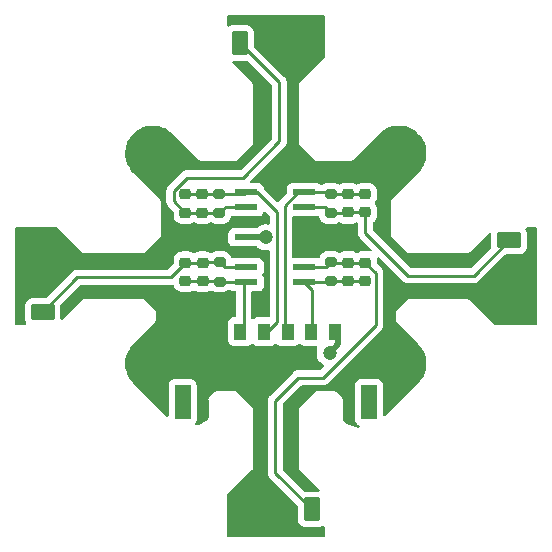
<source format=gbr>
%TF.GenerationSoftware,KiCad,Pcbnew,7.0.7*%
%TF.CreationDate,2023-11-23T17:05:24-08:00*%
%TF.ProjectId,sfh2430_breakout,73666832-3433-4305-9f62-7265616b6f75,rev?*%
%TF.SameCoordinates,Original*%
%TF.FileFunction,Copper,L1,Top*%
%TF.FilePolarity,Positive*%
%FSLAX46Y46*%
G04 Gerber Fmt 4.6, Leading zero omitted, Abs format (unit mm)*
G04 Created by KiCad (PCBNEW 7.0.7) date 2023-11-23 17:05:24*
%MOMM*%
%LPD*%
G01*
G04 APERTURE LIST*
G04 Aperture macros list*
%AMRoundRect*
0 Rectangle with rounded corners*
0 $1 Rounding radius*
0 $2 $3 $4 $5 $6 $7 $8 $9 X,Y pos of 4 corners*
0 Add a 4 corners polygon primitive as box body*
4,1,4,$2,$3,$4,$5,$6,$7,$8,$9,$2,$3,0*
0 Add four circle primitives for the rounded corners*
1,1,$1+$1,$2,$3*
1,1,$1+$1,$4,$5*
1,1,$1+$1,$6,$7*
1,1,$1+$1,$8,$9*
0 Add four rect primitives between the rounded corners*
20,1,$1+$1,$2,$3,$4,$5,0*
20,1,$1+$1,$4,$5,$6,$7,0*
20,1,$1+$1,$6,$7,$8,$9,0*
20,1,$1+$1,$8,$9,$2,$3,0*%
G04 Aperture macros list end*
%TA.AperFunction,SMDPad,CuDef*%
%ADD10RoundRect,0.175000X0.525000X0.825000X-0.525000X0.825000X-0.525000X-0.825000X0.525000X-0.825000X0*%
%TD*%
%TA.AperFunction,SMDPad,CuDef*%
%ADD11RoundRect,0.150000X0.550000X0.450000X-0.550000X0.450000X-0.550000X-0.450000X0.550000X-0.450000X0*%
%TD*%
%TA.AperFunction,ConnectorPad*%
%ADD12C,3.800000*%
%TD*%
%TA.AperFunction,ComponentPad*%
%ADD13C,2.600000*%
%TD*%
%TA.AperFunction,SMDPad,CuDef*%
%ADD14RoundRect,0.225000X-0.250000X0.225000X-0.250000X-0.225000X0.250000X-0.225000X0.250000X0.225000X0*%
%TD*%
%TA.AperFunction,SMDPad,CuDef*%
%ADD15RoundRect,0.175000X-0.525000X-0.825000X0.525000X-0.825000X0.525000X0.825000X-0.525000X0.825000X0*%
%TD*%
%TA.AperFunction,SMDPad,CuDef*%
%ADD16RoundRect,0.150000X-0.550000X-0.450000X0.550000X-0.450000X0.550000X0.450000X-0.550000X0.450000X0*%
%TD*%
%TA.AperFunction,SMDPad,CuDef*%
%ADD17RoundRect,0.225000X0.250000X-0.225000X0.250000X0.225000X-0.250000X0.225000X-0.250000X-0.225000X0*%
%TD*%
%TA.AperFunction,SMDPad,CuDef*%
%ADD18RoundRect,0.200000X0.275000X-0.200000X0.275000X0.200000X-0.275000X0.200000X-0.275000X-0.200000X0*%
%TD*%
%TA.AperFunction,SMDPad,CuDef*%
%ADD19RoundRect,0.200000X-0.275000X0.200000X-0.275000X-0.200000X0.275000X-0.200000X0.275000X0.200000X0*%
%TD*%
%TA.AperFunction,SMDPad,CuDef*%
%ADD20R,1.981200X0.533400*%
%TD*%
%TA.AperFunction,SMDPad,CuDef*%
%ADD21R,1.100000X1.450000*%
%TD*%
%TA.AperFunction,SMDPad,CuDef*%
%ADD22R,1.350000X2.900000*%
%TD*%
%TA.AperFunction,SMDPad,CuDef*%
%ADD23RoundRect,0.175000X-0.825000X0.525000X-0.825000X-0.525000X0.825000X-0.525000X0.825000X0.525000X0*%
%TD*%
%TA.AperFunction,SMDPad,CuDef*%
%ADD24RoundRect,0.150000X-0.450000X0.550000X-0.450000X-0.550000X0.450000X-0.550000X0.450000X0.550000X0*%
%TD*%
%TA.AperFunction,SMDPad,CuDef*%
%ADD25RoundRect,0.175000X0.825000X-0.525000X0.825000X0.525000X-0.825000X0.525000X-0.825000X-0.525000X0*%
%TD*%
%TA.AperFunction,SMDPad,CuDef*%
%ADD26RoundRect,0.150000X0.450000X-0.550000X0.450000X0.550000X-0.450000X0.550000X-0.450000X-0.550000X0*%
%TD*%
%TA.AperFunction,ViaPad*%
%ADD27C,0.800000*%
%TD*%
%TA.AperFunction,ViaPad*%
%ADD28C,1.200000*%
%TD*%
%TA.AperFunction,Conductor*%
%ADD29C,0.250000*%
%TD*%
%TA.AperFunction,Conductor*%
%ADD30C,0.500000*%
%TD*%
G04 APERTURE END LIST*
D10*
%TO.P,D1,1,K*%
%TO.N,/Photodiode 1/IN-*%
X99500000Y-84700000D03*
D11*
%TO.P,D1,2,A*%
%TO.N,GND*%
X105600000Y-84700000D03*
%TD*%
D12*
%TO.P,H2,1,1*%
%TO.N,GND*%
X92150000Y-111850000D03*
D13*
X92150000Y-111850000D03*
%TD*%
D14*
%TO.P,C8,1,1*%
%TO.N,/Photodiode 3/IN-*%
X108676200Y-103302750D03*
%TO.P,C8,2,2*%
%TO.N,/OUT3*%
X108676200Y-104852750D03*
%TD*%
D15*
%TO.P,D4,1,K*%
%TO.N,/Photodiode 3/IN-*%
X105600000Y-124200000D03*
D16*
%TO.P,D4,2,A*%
%TO.N,GND*%
X99500000Y-124200000D03*
%TD*%
D17*
%TO.P,C2,1,1*%
%TO.N,/Photodiode 1/IN-*%
X96326200Y-99072750D03*
%TO.P,C2,2,2*%
%TO.N,/OUT1*%
X96326200Y-97522750D03*
%TD*%
D14*
%TO.P,C7,1,1*%
%TO.N,/Photodiode 3/IN-*%
X110136200Y-103302750D03*
%TO.P,C7,2,2*%
%TO.N,/OUT3*%
X110136200Y-104852750D03*
%TD*%
D13*
%TO.P,H3,1,1*%
%TO.N,GND*%
X112950000Y-94050000D03*
D12*
X112950000Y-94050000D03*
%TD*%
D18*
%TO.P,R1,1,1*%
%TO.N,/Photodiode 1/IN-*%
X97776200Y-99122750D03*
%TO.P,R1,2,2*%
%TO.N,/OUT1*%
X97776200Y-97472750D03*
%TD*%
D17*
%TO.P,C5,1,1*%
%TO.N,/Photodiode 4/IN-*%
X110116200Y-99062750D03*
%TO.P,C5,2,2*%
%TO.N,/OUT4*%
X110116200Y-97512750D03*
%TD*%
D19*
%TO.P,R4,1,1*%
%TO.N,/Photodiode 3/IN-*%
X107212400Y-103252750D03*
%TO.P,R4,2,2*%
%TO.N,/OUT3*%
X107212400Y-104902750D03*
%TD*%
D13*
%TO.P,H4,1,1*%
%TO.N,GND*%
X112950000Y-111850000D03*
D12*
X112950000Y-111850000D03*
%TD*%
D17*
%TO.P,C1,1,1*%
%TO.N,/Photodiode 1/IN-*%
X94876200Y-99072750D03*
%TO.P,C1,2,2*%
%TO.N,/OUT1*%
X94876200Y-97522750D03*
%TD*%
D20*
%TO.P,U1,1,OUTA*%
%TO.N,/OUT1*%
X100022400Y-97342750D03*
%TO.P,U1,2,-INA*%
%TO.N,/Photodiode 1/IN-*%
X100022400Y-98612750D03*
%TO.P,U1,3,+INA*%
%TO.N,GND*%
X100022400Y-99882750D03*
%TO.P,U1,4,V+*%
%TO.N,+3V3*%
X100022400Y-101152750D03*
%TO.P,U1,5,+INB*%
%TO.N,GND*%
X100022400Y-102422750D03*
%TO.P,U1,6,-INB*%
%TO.N,/Photodiode 2/IN-*%
X100022400Y-103692750D03*
%TO.P,U1,7,OUTB*%
%TO.N,/OUT2*%
X100022400Y-104962750D03*
%TO.P,U1,8,OUTC*%
%TO.N,/OUT3*%
X104950000Y-104962750D03*
%TO.P,U1,9,-INC*%
%TO.N,/Photodiode 3/IN-*%
X104950000Y-103692750D03*
%TO.P,U1,10,+INC*%
%TO.N,GND*%
X104950000Y-102422750D03*
%TO.P,U1,11,V-*%
X104950000Y-101152750D03*
%TO.P,U1,12,+IND*%
X104950000Y-99882750D03*
%TO.P,U1,13,-IND*%
%TO.N,/Photodiode 4/IN-*%
X104950000Y-98612750D03*
%TO.P,U1,14,OUTD*%
%TO.N,/OUT4*%
X104950000Y-97342750D03*
%TD*%
D14*
%TO.P,C3,1,1*%
%TO.N,/Photodiode 2/IN-*%
X94876200Y-103307750D03*
%TO.P,C3,2,2*%
%TO.N,/OUT2*%
X94876200Y-104857750D03*
%TD*%
D21*
%TO.P,J1,1,1*%
%TO.N,GND*%
X97550000Y-109150000D03*
%TO.P,J1,2,2*%
%TO.N,/OUT2*%
X99550000Y-109150000D03*
%TO.P,J1,3,3*%
%TO.N,/OUT1*%
X101550000Y-109150000D03*
%TO.P,J1,4,4*%
%TO.N,/OUT4*%
X103550000Y-109150000D03*
%TO.P,J1,5,5*%
%TO.N,/OUT3*%
X105550000Y-109150000D03*
%TO.P,J1,6,6*%
%TO.N,+3V3*%
X107550000Y-109150000D03*
D22*
%TO.P,J1,S1,SHIELD1*%
%TO.N,unconnected-(J1-SHIELD1-PadS1)*%
X94655000Y-115125000D03*
%TO.P,J1,S2,SHIELD2*%
%TO.N,unconnected-(J1-SHIELD2-PadS2)*%
X110445000Y-115125000D03*
%TD*%
D17*
%TO.P,C6,1,1*%
%TO.N,/Photodiode 4/IN-*%
X108656200Y-99062750D03*
%TO.P,C6,2,2*%
%TO.N,/OUT4*%
X108656200Y-97512750D03*
%TD*%
D23*
%TO.P,D2,1,K*%
%TO.N,/Photodiode 2/IN-*%
X82800000Y-107500000D03*
D24*
%TO.P,D2,2,A*%
%TO.N,GND*%
X82800000Y-101400000D03*
%TD*%
D13*
%TO.P,H1,1,1*%
%TO.N,GND*%
X92150000Y-94050000D03*
D12*
X92150000Y-94050000D03*
%TD*%
D18*
%TO.P,R3,1,1*%
%TO.N,/Photodiode 4/IN-*%
X107196200Y-99112750D03*
%TO.P,R3,2,2*%
%TO.N,/OUT4*%
X107196200Y-97462750D03*
%TD*%
D19*
%TO.P,R2,1,1*%
%TO.N,/Photodiode 2/IN-*%
X97796200Y-103257750D03*
%TO.P,R2,2,2*%
%TO.N,/OUT2*%
X97796200Y-104907750D03*
%TD*%
D25*
%TO.P,D3,1,K*%
%TO.N,/Photodiode 4/IN-*%
X122300000Y-101400000D03*
D26*
%TO.P,D3,2,A*%
%TO.N,GND*%
X122300000Y-107500000D03*
%TD*%
D14*
%TO.P,C4,1,1*%
%TO.N,/Photodiode 2/IN-*%
X96342400Y-103307750D03*
%TO.P,C4,2,2*%
%TO.N,/OUT2*%
X96342400Y-104857750D03*
%TD*%
D27*
%TO.N,GND*%
X108800000Y-101150000D03*
X107450000Y-101150000D03*
D28*
%TO.N,+3V3*%
X101701700Y-101162750D03*
X107097250Y-110942750D03*
%TD*%
D29*
%TO.N,/OUT4*%
X103827250Y-109152750D02*
X103300000Y-108625500D01*
X103300000Y-108625500D02*
X103300000Y-98500000D01*
X103300000Y-98500000D02*
X104457250Y-97342750D01*
X104457250Y-97342750D02*
X104950000Y-97342750D01*
%TO.N,GND*%
X100022400Y-102422750D02*
X98586200Y-102422750D01*
X98586200Y-102422750D02*
X98156200Y-101992750D01*
X100022400Y-99882750D02*
X98946200Y-99882750D01*
X98946200Y-99882750D02*
X98156200Y-100672750D01*
D30*
%TO.N,+3V3*%
X107827250Y-109152750D02*
X107827250Y-110212750D01*
X101701700Y-101162750D02*
X100032400Y-101162750D01*
X107827250Y-110212750D02*
X107097250Y-110942750D01*
D29*
X100032400Y-101162750D02*
X100022400Y-101152750D01*
%TO.N,/Photodiode 1/IN-*%
X97726200Y-99072750D02*
X97776200Y-99122750D01*
X102850000Y-93050000D02*
X99800000Y-96100000D01*
X100022400Y-98612750D02*
X98286200Y-98612750D01*
X95046133Y-96100000D02*
X93900000Y-97246133D01*
X93900000Y-98096550D02*
X94876200Y-99072750D01*
X99500000Y-84700000D02*
X102850000Y-88050000D01*
X93900000Y-97246133D02*
X93900000Y-98096550D01*
X102850000Y-88050000D02*
X102850000Y-93050000D01*
X99800000Y-96100000D02*
X95046133Y-96100000D01*
X96326200Y-99072750D02*
X97726200Y-99072750D01*
X98286200Y-98612750D02*
X97776200Y-99122750D01*
X94876200Y-99072750D02*
X96326200Y-99072750D01*
%TO.N,/OUT1*%
X94876200Y-97522750D02*
X96326200Y-97522750D01*
X101827250Y-109152750D02*
X102675000Y-108305000D01*
X97726200Y-97522750D02*
X97776200Y-97472750D01*
X97776200Y-97472750D02*
X99892400Y-97472750D01*
X102675000Y-108305000D02*
X102675000Y-99101550D01*
X99892400Y-97472750D02*
X100022400Y-97342750D01*
X102675000Y-99101550D02*
X102626200Y-99052750D01*
X96326200Y-97522750D02*
X97726200Y-97522750D01*
X102626200Y-99052750D02*
X100916200Y-97342750D01*
X100916200Y-97342750D02*
X100022400Y-97342750D01*
%TO.N,/Photodiode 2/IN-*%
X82800000Y-107500000D02*
X85750000Y-104550000D01*
X96342400Y-103307750D02*
X94876200Y-103307750D01*
X97796200Y-103257750D02*
X96392400Y-103257750D01*
X100022400Y-103692750D02*
X98231200Y-103692750D01*
X85750000Y-104550000D02*
X93633950Y-104550000D01*
X98231200Y-103692750D02*
X97796200Y-103257750D01*
X96392400Y-103257750D02*
X96342400Y-103307750D01*
X93633950Y-104550000D02*
X94876200Y-103307750D01*
%TO.N,/OUT2*%
X99827250Y-109152750D02*
X99827250Y-105508950D01*
X99827250Y-105157900D02*
X100022400Y-104962750D01*
X97746200Y-104857750D02*
X97796200Y-104907750D01*
X97851200Y-104962750D02*
X97796200Y-104907750D01*
X94876200Y-104857750D02*
X96342400Y-104857750D01*
X99827250Y-105508950D02*
X99827250Y-105157900D01*
X100022400Y-104962750D02*
X97851200Y-104962750D01*
X96342400Y-104857750D02*
X97746200Y-104857750D01*
%TO.N,/Photodiode 4/IN-*%
X119300000Y-104400000D02*
X113750000Y-104400000D01*
X122300000Y-101400000D02*
X119300000Y-104400000D01*
X104950000Y-98612750D02*
X106696200Y-98612750D01*
X110116200Y-100766200D02*
X110116200Y-99062750D01*
X108606200Y-99112750D02*
X108656200Y-99062750D01*
X108656200Y-99062750D02*
X110116200Y-99062750D01*
X106696200Y-98612750D02*
X107196200Y-99112750D01*
X107196200Y-99112750D02*
X108606200Y-99112750D01*
X113750000Y-104400000D02*
X110116200Y-100766200D01*
%TO.N,/OUT4*%
X107196200Y-97462750D02*
X108606200Y-97462750D01*
X108606200Y-97462750D02*
X108656200Y-97512750D01*
X108656200Y-97512750D02*
X110116200Y-97512750D01*
X107076200Y-97342750D02*
X107196200Y-97462750D01*
X104950000Y-97342750D02*
X107076200Y-97342750D01*
%TO.N,/Photodiode 3/IN-*%
X111000000Y-108600000D02*
X111000000Y-104166550D01*
X106550000Y-113050000D02*
X111000000Y-108600000D01*
X104450000Y-113050000D02*
X106550000Y-113050000D01*
X104950000Y-103692750D02*
X106772400Y-103692750D01*
X102500000Y-121100000D02*
X102500000Y-115000000D01*
X102500000Y-115000000D02*
X104450000Y-113050000D01*
X106772400Y-103692750D02*
X107212400Y-103252750D01*
X105600000Y-124200000D02*
X102500000Y-121100000D01*
X111000000Y-104166550D02*
X110136200Y-103302750D01*
X108676200Y-103302750D02*
X110136200Y-103302750D01*
X108676200Y-103302750D02*
X107262400Y-103302750D01*
X107262400Y-103302750D02*
X107212400Y-103252750D01*
%TO.N,/OUT3*%
X105827250Y-109152750D02*
X105650000Y-108975500D01*
X108676200Y-104852750D02*
X110136200Y-104852750D01*
X105476200Y-105488950D02*
X104950000Y-104962750D01*
X107212400Y-104902750D02*
X108626200Y-104902750D01*
X104950000Y-104962750D02*
X107152400Y-104962750D01*
X108626200Y-104902750D02*
X108676200Y-104852750D01*
X105650000Y-108975500D02*
X105650000Y-105662750D01*
X107152400Y-104962750D02*
X107212400Y-104902750D01*
X105650000Y-105662750D02*
X105476200Y-105488950D01*
%TD*%
%TA.AperFunction,Conductor*%
%TO.N,GND*%
G36*
X93851640Y-105172815D02*
G01*
X93903649Y-105219472D01*
X93915902Y-105245703D01*
X93964196Y-105391444D01*
X93964201Y-105391455D01*
X94053229Y-105535790D01*
X94053232Y-105535794D01*
X94173155Y-105655717D01*
X94173159Y-105655720D01*
X94317494Y-105744748D01*
X94317497Y-105744749D01*
X94317503Y-105744753D01*
X94478492Y-105798099D01*
X94577855Y-105808250D01*
X95174544Y-105808249D01*
X95174552Y-105808248D01*
X95174555Y-105808248D01*
X95237324Y-105801836D01*
X95273908Y-105798099D01*
X95434897Y-105744753D01*
X95475939Y-105719438D01*
X95544203Y-105677332D01*
X95611595Y-105658891D01*
X95674397Y-105677332D01*
X95783694Y-105744748D01*
X95783697Y-105744749D01*
X95783703Y-105744753D01*
X95944692Y-105798099D01*
X96044055Y-105808250D01*
X96640744Y-105808249D01*
X96640752Y-105808248D01*
X96640755Y-105808248D01*
X96703524Y-105801836D01*
X96740108Y-105798099D01*
X96901097Y-105744753D01*
X96994935Y-105686872D01*
X97062325Y-105668432D01*
X97124180Y-105686293D01*
X97231594Y-105751228D01*
X97394004Y-105801836D01*
X97464584Y-105808250D01*
X97464587Y-105808250D01*
X98127813Y-105808250D01*
X98127816Y-105808250D01*
X98198396Y-105801836D01*
X98360806Y-105751228D01*
X98506385Y-105663222D01*
X98545037Y-105624569D01*
X98606360Y-105591084D01*
X98632719Y-105588250D01*
X98634657Y-105588250D01*
X98701696Y-105607935D01*
X98708968Y-105612983D01*
X98789469Y-105673246D01*
X98789470Y-105673246D01*
X98789471Y-105673247D01*
X98826005Y-105686873D01*
X98924317Y-105723541D01*
X98983927Y-105729950D01*
X99077750Y-105729949D01*
X99144788Y-105749633D01*
X99190544Y-105802436D01*
X99201750Y-105853949D01*
X99201750Y-107800500D01*
X99182065Y-107867539D01*
X99129261Y-107913294D01*
X99077751Y-107924500D01*
X98952130Y-107924500D01*
X98952123Y-107924501D01*
X98892516Y-107930908D01*
X98757671Y-107981202D01*
X98757664Y-107981206D01*
X98642455Y-108067452D01*
X98642452Y-108067455D01*
X98556206Y-108182664D01*
X98556202Y-108182671D01*
X98505908Y-108317517D01*
X98502082Y-108353108D01*
X98499501Y-108377123D01*
X98499500Y-108377135D01*
X98499500Y-109922870D01*
X98499501Y-109922876D01*
X98505908Y-109982483D01*
X98556202Y-110117328D01*
X98556206Y-110117335D01*
X98642452Y-110232544D01*
X98642455Y-110232547D01*
X98757664Y-110318793D01*
X98757671Y-110318797D01*
X98892517Y-110369091D01*
X98892516Y-110369091D01*
X98899444Y-110369835D01*
X98952127Y-110375500D01*
X100147872Y-110375499D01*
X100207483Y-110369091D01*
X100342331Y-110318796D01*
X100457546Y-110232546D01*
X100457548Y-110232542D01*
X100462319Y-110227773D01*
X100523642Y-110194288D01*
X100593334Y-110199272D01*
X100637681Y-110227773D01*
X100642455Y-110232547D01*
X100757664Y-110318793D01*
X100757671Y-110318797D01*
X100892517Y-110369091D01*
X100892516Y-110369091D01*
X100899444Y-110369835D01*
X100952127Y-110375500D01*
X102147872Y-110375499D01*
X102207483Y-110369091D01*
X102342331Y-110318796D01*
X102457546Y-110232546D01*
X102457548Y-110232542D01*
X102462319Y-110227773D01*
X102523642Y-110194288D01*
X102593334Y-110199272D01*
X102637681Y-110227773D01*
X102642455Y-110232547D01*
X102757664Y-110318793D01*
X102757671Y-110318797D01*
X102892517Y-110369091D01*
X102892516Y-110369091D01*
X102899444Y-110369835D01*
X102952127Y-110375500D01*
X104147872Y-110375499D01*
X104207483Y-110369091D01*
X104342331Y-110318796D01*
X104457546Y-110232546D01*
X104457548Y-110232542D01*
X104462319Y-110227773D01*
X104523642Y-110194288D01*
X104593334Y-110199272D01*
X104637681Y-110227773D01*
X104642455Y-110232547D01*
X104757664Y-110318793D01*
X104757671Y-110318797D01*
X104892517Y-110369091D01*
X104892516Y-110369091D01*
X104899444Y-110369835D01*
X104952127Y-110375500D01*
X105950734Y-110375499D01*
X106017773Y-110395183D01*
X106063528Y-110447987D01*
X106073472Y-110517146D01*
X106068029Y-110537928D01*
X106068237Y-110537987D01*
X106010852Y-110739667D01*
X105992035Y-110942749D01*
X105992035Y-110942750D01*
X106010852Y-111145832D01*
X106066667Y-111341997D01*
X106066672Y-111342010D01*
X106157577Y-111524571D01*
X106280487Y-111687331D01*
X106431208Y-111824730D01*
X106431210Y-111824732D01*
X106581876Y-111918020D01*
X106628512Y-111970048D01*
X106639616Y-112039029D01*
X106611663Y-112103064D01*
X106604280Y-112111128D01*
X106327228Y-112388181D01*
X106265905Y-112421666D01*
X106239547Y-112424500D01*
X104532737Y-112424500D01*
X104517120Y-112422776D01*
X104517093Y-112423062D01*
X104509331Y-112422327D01*
X104440203Y-112424500D01*
X104410650Y-112424500D01*
X104409929Y-112424590D01*
X104403757Y-112425369D01*
X104397945Y-112425826D01*
X104351372Y-112427290D01*
X104351369Y-112427291D01*
X104332126Y-112432881D01*
X104313083Y-112436825D01*
X104293204Y-112439336D01*
X104293203Y-112439337D01*
X104249878Y-112456490D01*
X104244352Y-112458382D01*
X104199608Y-112471383D01*
X104199604Y-112471385D01*
X104182365Y-112481580D01*
X104164898Y-112490137D01*
X104146269Y-112497512D01*
X104146267Y-112497513D01*
X104108564Y-112524906D01*
X104103682Y-112528112D01*
X104063580Y-112551828D01*
X104049408Y-112566000D01*
X104034623Y-112578628D01*
X104018412Y-112590407D01*
X103988709Y-112626310D01*
X103984777Y-112630631D01*
X102116208Y-114499199D01*
X102103951Y-114509020D01*
X102104134Y-114509241D01*
X102098123Y-114514213D01*
X102050772Y-114564636D01*
X102029889Y-114585519D01*
X102029877Y-114585532D01*
X102025621Y-114591017D01*
X102021837Y-114595447D01*
X101989937Y-114629418D01*
X101989936Y-114629420D01*
X101980284Y-114646976D01*
X101969610Y-114663226D01*
X101957329Y-114679061D01*
X101957324Y-114679068D01*
X101938815Y-114721838D01*
X101936245Y-114727084D01*
X101913803Y-114767906D01*
X101908822Y-114787307D01*
X101902521Y-114805710D01*
X101894562Y-114824102D01*
X101894561Y-114824105D01*
X101887271Y-114870127D01*
X101886087Y-114875846D01*
X101874501Y-114920972D01*
X101874500Y-114920982D01*
X101874500Y-114941016D01*
X101872973Y-114960416D01*
X101869839Y-114980194D01*
X101874224Y-115026580D01*
X101874499Y-115032417D01*
X101874499Y-121017255D01*
X101872776Y-121032872D01*
X101873061Y-121032899D01*
X101872326Y-121040665D01*
X101874500Y-121109814D01*
X101874500Y-121139343D01*
X101874501Y-121139360D01*
X101875368Y-121146231D01*
X101875826Y-121152050D01*
X101877290Y-121198624D01*
X101877291Y-121198627D01*
X101882880Y-121217867D01*
X101886824Y-121236911D01*
X101889336Y-121256791D01*
X101906490Y-121300119D01*
X101908382Y-121305647D01*
X101921381Y-121350388D01*
X101931580Y-121367634D01*
X101940138Y-121385103D01*
X101947514Y-121403732D01*
X101974898Y-121441423D01*
X101978106Y-121446307D01*
X102001827Y-121486416D01*
X102001833Y-121486424D01*
X102015990Y-121500580D01*
X102028628Y-121515376D01*
X102040405Y-121531586D01*
X102040406Y-121531587D01*
X102076309Y-121561288D01*
X102080620Y-121565210D01*
X103237669Y-122722259D01*
X104363181Y-123847771D01*
X104396666Y-123909094D01*
X104399500Y-123935451D01*
X104399500Y-125079594D01*
X104405685Y-125147657D01*
X104405686Y-125147662D01*
X104405687Y-125147664D01*
X104454485Y-125304263D01*
X104454488Y-125304272D01*
X104539348Y-125444648D01*
X104539351Y-125444652D01*
X104655347Y-125560648D01*
X104655351Y-125560651D01*
X104795727Y-125645511D01*
X104795730Y-125645512D01*
X104952343Y-125694315D01*
X105020406Y-125700500D01*
X105020409Y-125700500D01*
X106179591Y-125700500D01*
X106179594Y-125700500D01*
X106247657Y-125694315D01*
X106404270Y-125645512D01*
X106481352Y-125598914D01*
X106548905Y-125581079D01*
X106615378Y-125602597D01*
X106659666Y-125656637D01*
X106669500Y-125705032D01*
X106669500Y-126445500D01*
X106649815Y-126512539D01*
X106597011Y-126558294D01*
X106545500Y-126569500D01*
X98554500Y-126569500D01*
X98487461Y-126549815D01*
X98441706Y-126497011D01*
X98430500Y-126445500D01*
X98430500Y-122975121D01*
X98450185Y-122908082D01*
X98466819Y-122887440D01*
X98866440Y-122487819D01*
X100501048Y-120853210D01*
X100519833Y-120837794D01*
X100530601Y-120830601D01*
X100585966Y-120747740D01*
X100585967Y-120747735D01*
X100601689Y-120668700D01*
X100601690Y-120668689D01*
X100605408Y-120650000D01*
X100605408Y-120649999D01*
X100602883Y-120637306D01*
X100600500Y-120613114D01*
X100600500Y-115786890D01*
X100602883Y-115762696D01*
X100602884Y-115762692D01*
X100605409Y-115750000D01*
X100585966Y-115652260D01*
X100544578Y-115590317D01*
X100544577Y-115590316D01*
X100530602Y-115569400D01*
X100530601Y-115569398D01*
X100519835Y-115562205D01*
X100501045Y-115546784D01*
X99253217Y-114298957D01*
X99237794Y-114280165D01*
X99230603Y-114269403D01*
X99230601Y-114269399D01*
X99230598Y-114269397D01*
X99177536Y-114233942D01*
X99147741Y-114214034D01*
X99147740Y-114214033D01*
X99147739Y-114214033D01*
X99050002Y-114194592D01*
X99049999Y-114194592D01*
X99037306Y-114197117D01*
X99013114Y-114199500D01*
X97586886Y-114199500D01*
X97562694Y-114197117D01*
X97550001Y-114194592D01*
X97549998Y-114194592D01*
X97452264Y-114214032D01*
X97452258Y-114214034D01*
X97422463Y-114233942D01*
X97369400Y-114269397D01*
X97369394Y-114269403D01*
X97362201Y-114280169D01*
X97346783Y-114298955D01*
X96948954Y-114696784D01*
X96930171Y-114712201D01*
X96919398Y-114719399D01*
X96886987Y-114767908D01*
X96864033Y-114802258D01*
X96864032Y-114802260D01*
X96844592Y-114899997D01*
X96844592Y-114899998D01*
X96844592Y-114900000D01*
X96847116Y-114912691D01*
X96847117Y-114912692D01*
X96849500Y-114936885D01*
X96849500Y-116427824D01*
X96829815Y-116494863D01*
X96808126Y-116520284D01*
X96691709Y-116624320D01*
X96634555Y-116675395D01*
X96629115Y-116679733D01*
X96415337Y-116831413D01*
X96409445Y-116835115D01*
X96180041Y-116961900D01*
X96173772Y-116964919D01*
X95931616Y-117065222D01*
X95925048Y-117067520D01*
X95848392Y-117089603D01*
X95778524Y-117089246D01*
X95719939Y-117051172D01*
X95691240Y-116987469D01*
X95701536Y-116918362D01*
X95714790Y-116896152D01*
X95773796Y-116817331D01*
X95824091Y-116682483D01*
X95830500Y-116622873D01*
X95830499Y-113627128D01*
X95824091Y-113567517D01*
X95816792Y-113547948D01*
X95773797Y-113432671D01*
X95773793Y-113432664D01*
X95687547Y-113317455D01*
X95687544Y-113317452D01*
X95572335Y-113231206D01*
X95572328Y-113231202D01*
X95437482Y-113180908D01*
X95437483Y-113180908D01*
X95377883Y-113174501D01*
X95377881Y-113174500D01*
X95377873Y-113174500D01*
X95377864Y-113174500D01*
X93932129Y-113174500D01*
X93932123Y-113174501D01*
X93872516Y-113180908D01*
X93737671Y-113231202D01*
X93737664Y-113231206D01*
X93622455Y-113317452D01*
X93622452Y-113317455D01*
X93536206Y-113432664D01*
X93536202Y-113432671D01*
X93485908Y-113567517D01*
X93482149Y-113602486D01*
X93479501Y-113627123D01*
X93479500Y-113627135D01*
X93479500Y-116219002D01*
X93459815Y-116286041D01*
X93407011Y-116331796D01*
X93337853Y-116341740D01*
X93274297Y-116312715D01*
X93267891Y-116306755D01*
X90504545Y-113547948D01*
X90502119Y-113545385D01*
X90491956Y-113534013D01*
X90326316Y-113348661D01*
X90321978Y-113343221D01*
X90170301Y-113129452D01*
X90166599Y-113123560D01*
X90130469Y-113058188D01*
X90039805Y-112894144D01*
X90036795Y-112887895D01*
X89936485Y-112645723D01*
X89934188Y-112639159D01*
X89909028Y-112551828D01*
X89861621Y-112387276D01*
X89860077Y-112380508D01*
X89816169Y-112122079D01*
X89815393Y-112115192D01*
X89800695Y-111853472D01*
X89800695Y-111846520D01*
X89801919Y-111824730D01*
X89815078Y-111590406D01*
X89815854Y-111583517D01*
X89858824Y-111330615D01*
X89860367Y-111323851D01*
X89931385Y-111077343D01*
X89933680Y-111070789D01*
X89948914Y-111034008D01*
X90031847Y-110833791D01*
X90034850Y-110827556D01*
X90158947Y-110603018D01*
X90162620Y-110597172D01*
X90311082Y-110387935D01*
X90315392Y-110382530D01*
X90487534Y-110189903D01*
X90489890Y-110187412D01*
X90519885Y-110157419D01*
X90519886Y-110157416D01*
X90525723Y-110151580D01*
X90528170Y-110148645D01*
X90539020Y-110137659D01*
X92301483Y-108353104D01*
X92320812Y-108337141D01*
X92330601Y-108330601D01*
X92342970Y-108312087D01*
X92344965Y-108309382D01*
X92345566Y-108308469D01*
X92345568Y-108308468D01*
X92358040Y-108289547D01*
X92358697Y-108288550D01*
X92385979Y-108247720D01*
X92386256Y-108247041D01*
X92386566Y-108246292D01*
X92395850Y-108198047D01*
X92400710Y-108173618D01*
X92401193Y-108170287D01*
X92405404Y-108148409D01*
X92403036Y-108136882D01*
X92400499Y-108111929D01*
X92400499Y-107852011D01*
X92400499Y-107586876D01*
X92402882Y-107562696D01*
X92405408Y-107550000D01*
X92405407Y-107549998D01*
X92405408Y-107549997D01*
X92385967Y-107452263D01*
X92385966Y-107452259D01*
X92385965Y-107452258D01*
X92366057Y-107422463D01*
X92330601Y-107369399D01*
X92330598Y-107369397D01*
X92330598Y-107369396D01*
X92319832Y-107362203D01*
X92301042Y-107346782D01*
X91453217Y-106498957D01*
X91437794Y-106480165D01*
X91430603Y-106469403D01*
X91430601Y-106469399D01*
X91430598Y-106469397D01*
X91377536Y-106433942D01*
X91347741Y-106414034D01*
X91347740Y-106414033D01*
X91347739Y-106414033D01*
X91250002Y-106394592D01*
X91249999Y-106394592D01*
X91237306Y-106397117D01*
X91213114Y-106399500D01*
X86386886Y-106399500D01*
X86362693Y-106397117D01*
X86350000Y-106394592D01*
X86349998Y-106394592D01*
X86331369Y-106398298D01*
X86331364Y-106398299D01*
X86252263Y-106414032D01*
X86252260Y-106414033D01*
X86169399Y-106469399D01*
X86169394Y-106469403D01*
X86162201Y-106480169D01*
X86146783Y-106498955D01*
X84512181Y-108133558D01*
X84450858Y-108167043D01*
X84381166Y-108162059D01*
X84325233Y-108120187D01*
X84300816Y-108054723D01*
X84300500Y-108045877D01*
X84300500Y-106935451D01*
X84320185Y-106868412D01*
X84336819Y-106847770D01*
X84745238Y-106439352D01*
X85561190Y-105623400D01*
X85972772Y-105211819D01*
X86034095Y-105178334D01*
X86060453Y-105175500D01*
X93551207Y-105175500D01*
X93566827Y-105177224D01*
X93566854Y-105176939D01*
X93574610Y-105177671D01*
X93574617Y-105177673D01*
X93643764Y-105175500D01*
X93673300Y-105175500D01*
X93680178Y-105174630D01*
X93685991Y-105174172D01*
X93732577Y-105172709D01*
X93751819Y-105167117D01*
X93770862Y-105163174D01*
X93782664Y-105161684D01*
X93851640Y-105172815D01*
G37*
%TD.AperFunction*%
%TA.AperFunction,Conductor*%
G36*
X124612539Y-100350185D02*
G01*
X124658294Y-100402989D01*
X124669500Y-100454500D01*
X124669500Y-108445500D01*
X124649815Y-108512539D01*
X124597011Y-108558294D01*
X124545500Y-108569500D01*
X121075122Y-108569500D01*
X121008083Y-108549815D01*
X120987441Y-108533181D01*
X118953217Y-106498957D01*
X118937794Y-106480165D01*
X118930603Y-106469403D01*
X118930601Y-106469399D01*
X118930598Y-106469397D01*
X118877536Y-106433942D01*
X118847741Y-106414034D01*
X118847740Y-106414033D01*
X118847739Y-106414033D01*
X118750002Y-106394592D01*
X118749999Y-106394592D01*
X118737306Y-106397117D01*
X118713114Y-106399500D01*
X113886886Y-106399500D01*
X113862694Y-106397117D01*
X113850001Y-106394592D01*
X113849998Y-106394592D01*
X113752264Y-106414032D01*
X113752258Y-106414034D01*
X113722463Y-106433942D01*
X113669400Y-106469397D01*
X113669394Y-106469403D01*
X113662201Y-106480169D01*
X113646783Y-106498955D01*
X112798955Y-107346783D01*
X112780169Y-107362201D01*
X112769403Y-107369394D01*
X112769397Y-107369400D01*
X112733942Y-107422463D01*
X112714034Y-107452258D01*
X112714032Y-107452264D01*
X112694592Y-107549996D01*
X112694592Y-107549999D01*
X112697117Y-107562696D01*
X112699499Y-107586883D01*
X112699499Y-108111935D01*
X112696964Y-108136882D01*
X112694597Y-108148406D01*
X112694596Y-108148410D01*
X112698799Y-108170242D01*
X112699287Y-108173603D01*
X112704164Y-108198122D01*
X112713435Y-108246297D01*
X112713728Y-108247003D01*
X112714018Y-108247716D01*
X112714033Y-108247739D01*
X112714034Y-108247740D01*
X112741302Y-108288550D01*
X112741304Y-108288552D01*
X112755030Y-108309376D01*
X112757031Y-108312091D01*
X112769398Y-108330600D01*
X112779184Y-108337139D01*
X112798519Y-108353108D01*
X114571854Y-110148671D01*
X114574304Y-110151608D01*
X114610092Y-110187396D01*
X114612482Y-110189923D01*
X114778322Y-110375498D01*
X114784596Y-110382518D01*
X114788925Y-110387947D01*
X114937370Y-110597160D01*
X114941061Y-110603034D01*
X115065141Y-110827541D01*
X115068160Y-110833810D01*
X115166319Y-111070789D01*
X115168618Y-111077356D01*
X115239628Y-111323838D01*
X115241176Y-111330622D01*
X115284143Y-111583503D01*
X115284922Y-111590418D01*
X115299304Y-111846520D01*
X115299304Y-111853478D01*
X115284922Y-112109581D01*
X115284143Y-112116496D01*
X115241176Y-112369377D01*
X115239628Y-112376161D01*
X115168618Y-112622643D01*
X115166319Y-112629210D01*
X115068160Y-112866189D01*
X115065141Y-112872458D01*
X114941061Y-113096965D01*
X114937364Y-113102847D01*
X114788934Y-113312041D01*
X114784596Y-113317481D01*
X114612531Y-113510021D01*
X114610091Y-113512598D01*
X111832080Y-116284250D01*
X111770718Y-116317664D01*
X111701032Y-116312600D01*
X111645147Y-116270665D01*
X111620805Y-116205172D01*
X111620499Y-116196468D01*
X111620499Y-113627129D01*
X111620498Y-113627123D01*
X111620497Y-113627116D01*
X111614091Y-113567517D01*
X111606792Y-113547948D01*
X111563797Y-113432671D01*
X111563793Y-113432664D01*
X111477547Y-113317455D01*
X111477544Y-113317452D01*
X111362335Y-113231206D01*
X111362328Y-113231202D01*
X111227482Y-113180908D01*
X111227483Y-113180908D01*
X111167883Y-113174501D01*
X111167881Y-113174500D01*
X111167873Y-113174500D01*
X111167864Y-113174500D01*
X109722129Y-113174500D01*
X109722123Y-113174501D01*
X109662516Y-113180908D01*
X109527671Y-113231202D01*
X109527664Y-113231206D01*
X109412455Y-113317452D01*
X109412452Y-113317455D01*
X109326206Y-113432664D01*
X109326202Y-113432671D01*
X109275908Y-113567517D01*
X109272149Y-113602486D01*
X109269501Y-113627123D01*
X109269500Y-113627135D01*
X109269500Y-116622870D01*
X109269501Y-116622876D01*
X109275908Y-116682483D01*
X109326202Y-116817328D01*
X109326206Y-116817335D01*
X109412452Y-116932544D01*
X109412455Y-116932547D01*
X109527664Y-117018793D01*
X109527673Y-117018798D01*
X109553774Y-117028533D01*
X109609708Y-117070403D01*
X109634126Y-117135867D01*
X109619275Y-117204140D01*
X109569870Y-117253546D01*
X109501598Y-117268399D01*
X109489670Y-117266963D01*
X109325604Y-117239085D01*
X109318821Y-117237537D01*
X109072337Y-117166524D01*
X109065769Y-117164226D01*
X108828790Y-117066065D01*
X108822525Y-117063048D01*
X108598021Y-116938967D01*
X108592134Y-116935268D01*
X108486811Y-116860537D01*
X108382930Y-116786829D01*
X108377494Y-116782493D01*
X108375377Y-116780601D01*
X108241871Y-116661292D01*
X108205002Y-116601944D01*
X108200500Y-116568834D01*
X108200500Y-114936885D01*
X108202883Y-114912691D01*
X108205408Y-114899998D01*
X108205408Y-114899997D01*
X108185967Y-114802260D01*
X108185966Y-114802258D01*
X108163013Y-114767907D01*
X108130602Y-114719399D01*
X108119832Y-114712203D01*
X108101042Y-114696782D01*
X107703217Y-114298957D01*
X107687794Y-114280165D01*
X107680603Y-114269403D01*
X107680601Y-114269399D01*
X107680598Y-114269397D01*
X107627536Y-114233942D01*
X107597741Y-114214034D01*
X107597740Y-114214033D01*
X107597739Y-114214033D01*
X107500002Y-114194592D01*
X107499999Y-114194592D01*
X107487306Y-114197117D01*
X107463114Y-114199500D01*
X106086891Y-114199500D01*
X106062698Y-114197117D01*
X106050000Y-114194591D01*
X106049999Y-114194591D01*
X105947110Y-114215057D01*
X105936965Y-114224252D01*
X105869400Y-114269397D01*
X105869394Y-114269403D01*
X105862203Y-114280166D01*
X105846785Y-114298952D01*
X104598955Y-115546783D01*
X104580169Y-115562201D01*
X104569403Y-115569394D01*
X104569397Y-115569400D01*
X104533942Y-115622463D01*
X104514034Y-115652258D01*
X104514032Y-115652264D01*
X104494592Y-115749997D01*
X104494592Y-115749999D01*
X104497117Y-115762692D01*
X104499500Y-115786885D01*
X104499500Y-120613111D01*
X104497118Y-120637300D01*
X104494592Y-120650000D01*
X104494592Y-120650002D01*
X104514033Y-120747739D01*
X104533942Y-120777536D01*
X104569397Y-120830599D01*
X104569399Y-120830601D01*
X104580168Y-120837796D01*
X104598957Y-120853217D01*
X106233559Y-122487819D01*
X106267044Y-122549142D01*
X106262060Y-122618834D01*
X106220188Y-122674767D01*
X106154724Y-122699184D01*
X106145878Y-122699500D01*
X105035452Y-122699500D01*
X104968413Y-122679815D01*
X104947771Y-122663181D01*
X103161819Y-120877228D01*
X103128334Y-120815905D01*
X103125500Y-120789547D01*
X103125500Y-115310452D01*
X103145185Y-115243413D01*
X103161819Y-115222771D01*
X104672772Y-113711819D01*
X104734095Y-113678334D01*
X104760453Y-113675500D01*
X106467257Y-113675500D01*
X106482877Y-113677224D01*
X106482904Y-113676939D01*
X106490660Y-113677671D01*
X106490667Y-113677673D01*
X106559814Y-113675500D01*
X106589350Y-113675500D01*
X106596228Y-113674630D01*
X106602041Y-113674172D01*
X106648627Y-113672709D01*
X106667869Y-113667117D01*
X106686912Y-113663174D01*
X106706792Y-113660664D01*
X106750122Y-113643507D01*
X106755646Y-113641617D01*
X106759396Y-113640527D01*
X106800390Y-113628618D01*
X106817629Y-113618422D01*
X106835103Y-113609862D01*
X106853727Y-113602488D01*
X106853727Y-113602487D01*
X106853732Y-113602486D01*
X106891449Y-113575082D01*
X106896305Y-113571892D01*
X106936420Y-113548170D01*
X106950589Y-113533999D01*
X106965379Y-113521368D01*
X106981587Y-113509594D01*
X107011299Y-113473676D01*
X107015212Y-113469376D01*
X111383788Y-109100801D01*
X111396042Y-109090986D01*
X111395859Y-109090764D01*
X111401866Y-109085792D01*
X111401877Y-109085786D01*
X111432775Y-109052882D01*
X111449227Y-109035364D01*
X111459671Y-109024918D01*
X111470120Y-109014471D01*
X111474379Y-109008978D01*
X111478152Y-109004561D01*
X111510062Y-108970582D01*
X111519713Y-108953024D01*
X111530396Y-108936761D01*
X111542673Y-108920936D01*
X111561185Y-108878153D01*
X111563738Y-108872941D01*
X111586197Y-108832092D01*
X111591180Y-108812680D01*
X111597481Y-108794280D01*
X111605437Y-108775896D01*
X111612729Y-108729852D01*
X111613906Y-108724171D01*
X111625500Y-108679019D01*
X111625500Y-108658982D01*
X111627027Y-108639582D01*
X111630160Y-108619804D01*
X111625775Y-108573415D01*
X111625500Y-108567577D01*
X111625500Y-104249292D01*
X111627224Y-104233672D01*
X111626939Y-104233645D01*
X111627673Y-104225883D01*
X111625500Y-104156722D01*
X111625500Y-104127206D01*
X111625500Y-104127200D01*
X111624631Y-104120329D01*
X111624173Y-104114502D01*
X111623398Y-104089838D01*
X111622710Y-104067923D01*
X111617119Y-104048680D01*
X111613173Y-104029628D01*
X111610664Y-104009758D01*
X111593504Y-103966417D01*
X111591624Y-103960929D01*
X111578618Y-103916160D01*
X111568422Y-103898920D01*
X111559861Y-103881444D01*
X111552487Y-103862820D01*
X111552486Y-103862818D01*
X111525079Y-103825095D01*
X111521888Y-103820236D01*
X111498172Y-103780133D01*
X111498165Y-103780124D01*
X111484006Y-103765965D01*
X111471368Y-103751169D01*
X111461932Y-103738181D01*
X111459594Y-103734963D01*
X111423688Y-103705259D01*
X111419376Y-103701336D01*
X111148018Y-103429978D01*
X111114533Y-103368655D01*
X111111699Y-103342297D01*
X111111699Y-103318566D01*
X111111699Y-103029406D01*
X111103530Y-102949440D01*
X111116299Y-102880750D01*
X111164180Y-102829866D01*
X111231970Y-102812945D01*
X111298146Y-102835360D01*
X111314569Y-102849160D01*
X113249197Y-104783788D01*
X113259022Y-104796051D01*
X113259243Y-104795869D01*
X113264214Y-104801878D01*
X113285043Y-104821437D01*
X113314635Y-104849226D01*
X113335529Y-104870120D01*
X113341011Y-104874373D01*
X113345443Y-104878157D01*
X113379418Y-104910062D01*
X113396976Y-104919714D01*
X113413235Y-104930395D01*
X113429064Y-104942673D01*
X113471838Y-104961182D01*
X113477056Y-104963738D01*
X113517908Y-104986197D01*
X113537316Y-104991180D01*
X113555717Y-104997480D01*
X113574104Y-105005437D01*
X113617488Y-105012308D01*
X113620119Y-105012725D01*
X113625839Y-105013909D01*
X113670981Y-105025500D01*
X113691016Y-105025500D01*
X113710414Y-105027026D01*
X113730194Y-105030159D01*
X113730195Y-105030160D01*
X113730195Y-105030159D01*
X113730196Y-105030160D01*
X113776583Y-105025775D01*
X113782422Y-105025500D01*
X119217257Y-105025500D01*
X119232877Y-105027224D01*
X119232904Y-105026939D01*
X119240660Y-105027671D01*
X119240667Y-105027673D01*
X119309814Y-105025500D01*
X119339350Y-105025500D01*
X119346228Y-105024630D01*
X119352041Y-105024172D01*
X119398627Y-105022709D01*
X119417869Y-105017117D01*
X119436912Y-105013174D01*
X119456792Y-105010664D01*
X119500122Y-104993507D01*
X119505646Y-104991617D01*
X119509396Y-104990527D01*
X119550390Y-104978618D01*
X119567629Y-104968422D01*
X119585103Y-104959862D01*
X119603727Y-104952488D01*
X119603727Y-104952487D01*
X119603732Y-104952486D01*
X119641449Y-104925082D01*
X119646305Y-104921892D01*
X119686420Y-104898170D01*
X119700589Y-104883999D01*
X119715379Y-104871368D01*
X119731587Y-104859594D01*
X119761299Y-104823676D01*
X119765212Y-104819376D01*
X121947770Y-102636819D01*
X122009094Y-102603334D01*
X122035452Y-102600500D01*
X123179591Y-102600500D01*
X123179594Y-102600500D01*
X123247657Y-102594315D01*
X123404270Y-102545512D01*
X123468626Y-102506608D01*
X123544648Y-102460651D01*
X123544647Y-102460651D01*
X123544653Y-102460648D01*
X123660648Y-102344653D01*
X123721050Y-102244736D01*
X123745511Y-102204272D01*
X123745514Y-102204263D01*
X123794315Y-102047657D01*
X123800500Y-101979594D01*
X123800500Y-100820406D01*
X123794315Y-100752343D01*
X123745512Y-100595730D01*
X123713894Y-100543427D01*
X123698916Y-100518649D01*
X123681080Y-100451094D01*
X123702598Y-100384621D01*
X123756639Y-100340333D01*
X123805033Y-100330500D01*
X124545500Y-100330500D01*
X124612539Y-100350185D01*
G37*
%TD.AperFunction*%
%TA.AperFunction,Conductor*%
G36*
X100131587Y-86220185D02*
G01*
X100152229Y-86236819D01*
X102188181Y-88272771D01*
X102221666Y-88334094D01*
X102224500Y-88360452D01*
X102224499Y-92739547D01*
X102204814Y-92806586D01*
X102188180Y-92827228D01*
X99577228Y-95438181D01*
X99515905Y-95471666D01*
X99489547Y-95474500D01*
X95128876Y-95474500D01*
X95113255Y-95472775D01*
X95113229Y-95473061D01*
X95105467Y-95472327D01*
X95105466Y-95472327D01*
X95036319Y-95474500D01*
X95006782Y-95474500D01*
X94999899Y-95475369D01*
X94994082Y-95475826D01*
X94947506Y-95477290D01*
X94928262Y-95482881D01*
X94909212Y-95486825D01*
X94889344Y-95489334D01*
X94846017Y-95506488D01*
X94840491Y-95508379D01*
X94795747Y-95521379D01*
X94795743Y-95521381D01*
X94778499Y-95531579D01*
X94761038Y-95540133D01*
X94742407Y-95547510D01*
X94742395Y-95547517D01*
X94704703Y-95574902D01*
X94699820Y-95578109D01*
X94659713Y-95601829D01*
X94645547Y-95615995D01*
X94630757Y-95628627D01*
X94614547Y-95640404D01*
X94614544Y-95640407D01*
X94584843Y-95676309D01*
X94580910Y-95680631D01*
X93516208Y-96745332D01*
X93503951Y-96755153D01*
X93504134Y-96755374D01*
X93498123Y-96760346D01*
X93450772Y-96810769D01*
X93429889Y-96831652D01*
X93429877Y-96831665D01*
X93425621Y-96837150D01*
X93421837Y-96841580D01*
X93389937Y-96875551D01*
X93389936Y-96875553D01*
X93380284Y-96893109D01*
X93369610Y-96909359D01*
X93357329Y-96925194D01*
X93357324Y-96925201D01*
X93338815Y-96967971D01*
X93336245Y-96973217D01*
X93313803Y-97014039D01*
X93308822Y-97033440D01*
X93302521Y-97051843D01*
X93294562Y-97070235D01*
X93294561Y-97070238D01*
X93287271Y-97116260D01*
X93286087Y-97121979D01*
X93274501Y-97167105D01*
X93274500Y-97167115D01*
X93274500Y-97187149D01*
X93272973Y-97206548D01*
X93269840Y-97226327D01*
X93269840Y-97226328D01*
X93274225Y-97272716D01*
X93274500Y-97278554D01*
X93274500Y-98013805D01*
X93272775Y-98029422D01*
X93273061Y-98029449D01*
X93272326Y-98037215D01*
X93274500Y-98106364D01*
X93274500Y-98135893D01*
X93274501Y-98135910D01*
X93275368Y-98142781D01*
X93275826Y-98148600D01*
X93277290Y-98195174D01*
X93277291Y-98195177D01*
X93282880Y-98214417D01*
X93286824Y-98233461D01*
X93288815Y-98249217D01*
X93289336Y-98253341D01*
X93306490Y-98296669D01*
X93308382Y-98302197D01*
X93321381Y-98346938D01*
X93331580Y-98364184D01*
X93340138Y-98381653D01*
X93347514Y-98400282D01*
X93374898Y-98437973D01*
X93378106Y-98442857D01*
X93401827Y-98482966D01*
X93401833Y-98482974D01*
X93415990Y-98497130D01*
X93428628Y-98511926D01*
X93440405Y-98528136D01*
X93440406Y-98528137D01*
X93476309Y-98557838D01*
X93480620Y-98561760D01*
X93708254Y-98789394D01*
X93864381Y-98945521D01*
X93897866Y-99006844D01*
X93900700Y-99033202D01*
X93900700Y-99346086D01*
X93900701Y-99346105D01*
X93910850Y-99445457D01*
X93910851Y-99445460D01*
X93964196Y-99606444D01*
X93964201Y-99606455D01*
X94053229Y-99750790D01*
X94053232Y-99750794D01*
X94173155Y-99870717D01*
X94173159Y-99870720D01*
X94317494Y-99959748D01*
X94317497Y-99959749D01*
X94317503Y-99959753D01*
X94478492Y-100013099D01*
X94577855Y-100023250D01*
X95174544Y-100023249D01*
X95174552Y-100023248D01*
X95174555Y-100023248D01*
X95237324Y-100016836D01*
X95273908Y-100013099D01*
X95434897Y-99959753D01*
X95536103Y-99897327D01*
X95603495Y-99878887D01*
X95666296Y-99897327D01*
X95751283Y-99949748D01*
X95761786Y-99956227D01*
X95767503Y-99959753D01*
X95928492Y-100013099D01*
X96027855Y-100023250D01*
X96624544Y-100023249D01*
X96624552Y-100023248D01*
X96624555Y-100023248D01*
X96687324Y-100016836D01*
X96723908Y-100013099D01*
X96884897Y-99959753D01*
X96976854Y-99903032D01*
X97044244Y-99884592D01*
X97106098Y-99902453D01*
X97211594Y-99966228D01*
X97374004Y-100016836D01*
X97444584Y-100023250D01*
X97444587Y-100023250D01*
X98107813Y-100023250D01*
X98107816Y-100023250D01*
X98178396Y-100016836D01*
X98340806Y-99966228D01*
X98486385Y-99878222D01*
X98606672Y-99757935D01*
X98694678Y-99612356D01*
X98745286Y-99449946D01*
X98745286Y-99449939D01*
X98746281Y-99446748D01*
X98785018Y-99388600D01*
X98849043Y-99360625D01*
X98908002Y-99367456D01*
X98924316Y-99373541D01*
X98931244Y-99374285D01*
X98983927Y-99379950D01*
X101060872Y-99379949D01*
X101120483Y-99373541D01*
X101255331Y-99323246D01*
X101370546Y-99236996D01*
X101456796Y-99121781D01*
X101485491Y-99044843D01*
X101527363Y-98988910D01*
X101592827Y-98964492D01*
X101661100Y-98979343D01*
X101689352Y-99000492D01*
X101810638Y-99121778D01*
X102013181Y-99324321D01*
X102046666Y-99385644D01*
X102049500Y-99412002D01*
X102049500Y-99958874D01*
X102029815Y-100025913D01*
X101977011Y-100071668D01*
X101907853Y-100081612D01*
X101902716Y-100080763D01*
X101824972Y-100066231D01*
X101803676Y-100062250D01*
X101599724Y-100062250D01*
X101399244Y-100099726D01*
X101399241Y-100099726D01*
X101399241Y-100099727D01*
X101209064Y-100173401D01*
X101209057Y-100173405D01*
X101035661Y-100280767D01*
X101035656Y-100280770D01*
X100956219Y-100353187D01*
X100893415Y-100383804D01*
X100872681Y-100385550D01*
X98983929Y-100385550D01*
X98983923Y-100385551D01*
X98924316Y-100391958D01*
X98789471Y-100442252D01*
X98789464Y-100442256D01*
X98674255Y-100528502D01*
X98674252Y-100528505D01*
X98588006Y-100643714D01*
X98588002Y-100643721D01*
X98547489Y-100752345D01*
X98537709Y-100778567D01*
X98531300Y-100838177D01*
X98531300Y-100838184D01*
X98531300Y-100838185D01*
X98531300Y-101467320D01*
X98531301Y-101467326D01*
X98537708Y-101526933D01*
X98588002Y-101661778D01*
X98588006Y-101661785D01*
X98674252Y-101776994D01*
X98674255Y-101776997D01*
X98789464Y-101863243D01*
X98789471Y-101863247D01*
X98924317Y-101913541D01*
X98924316Y-101913541D01*
X98931244Y-101914285D01*
X98983927Y-101919950D01*
X100850741Y-101919949D01*
X100917780Y-101939634D01*
X100934278Y-101952311D01*
X100947701Y-101964547D01*
X101035659Y-102044731D01*
X101209063Y-102152098D01*
X101399244Y-102225774D01*
X101599724Y-102263250D01*
X101599726Y-102263250D01*
X101803674Y-102263250D01*
X101803676Y-102263250D01*
X101902716Y-102244736D01*
X101972230Y-102251767D01*
X102026909Y-102295265D01*
X102049391Y-102361418D01*
X102049500Y-102366625D01*
X102049500Y-107800500D01*
X102029815Y-107867539D01*
X101977011Y-107913294D01*
X101925500Y-107924500D01*
X100952129Y-107924500D01*
X100952123Y-107924501D01*
X100892516Y-107930908D01*
X100757671Y-107981202D01*
X100757669Y-107981203D01*
X100671277Y-108045877D01*
X100659461Y-108054723D01*
X100651061Y-108061011D01*
X100585597Y-108085428D01*
X100517324Y-108070577D01*
X100467918Y-108021172D01*
X100452750Y-107961744D01*
X100452750Y-105853949D01*
X100472435Y-105786910D01*
X100525239Y-105741155D01*
X100576750Y-105729949D01*
X101060871Y-105729949D01*
X101060872Y-105729949D01*
X101120483Y-105723541D01*
X101255331Y-105673246D01*
X101370546Y-105586996D01*
X101456796Y-105471781D01*
X101507091Y-105336933D01*
X101513500Y-105277323D01*
X101513499Y-104648178D01*
X101507091Y-104588567D01*
X101456796Y-104453719D01*
X101418123Y-104402059D01*
X101393707Y-104336596D01*
X101408558Y-104268323D01*
X101418119Y-104253445D01*
X101456796Y-104201781D01*
X101507091Y-104066933D01*
X101513500Y-104007323D01*
X101513499Y-103378178D01*
X101507091Y-103318567D01*
X101456796Y-103183719D01*
X101456795Y-103183718D01*
X101456793Y-103183714D01*
X101370547Y-103068505D01*
X101370544Y-103068502D01*
X101255335Y-102982256D01*
X101255328Y-102982252D01*
X101120482Y-102931958D01*
X101120483Y-102931958D01*
X101060883Y-102925551D01*
X101060881Y-102925550D01*
X101060873Y-102925550D01*
X101060864Y-102925550D01*
X98983929Y-102925550D01*
X98983923Y-102925551D01*
X98924316Y-102931958D01*
X98904979Y-102939171D01*
X98835287Y-102944154D01*
X98773965Y-102910667D01*
X98743263Y-102859879D01*
X98714678Y-102768144D01*
X98626672Y-102622565D01*
X98626670Y-102622563D01*
X98626669Y-102622561D01*
X98506388Y-102502280D01*
X98505410Y-102501689D01*
X98360806Y-102414272D01*
X98198396Y-102363664D01*
X98198394Y-102363663D01*
X98198392Y-102363663D01*
X98148978Y-102359173D01*
X98127816Y-102357250D01*
X97464584Y-102357250D01*
X97445345Y-102358998D01*
X97394007Y-102363663D01*
X97382011Y-102367401D01*
X97274052Y-102401042D01*
X97231591Y-102414273D01*
X97124180Y-102479205D01*
X97056626Y-102497041D01*
X96994934Y-102478626D01*
X96901105Y-102420751D01*
X96901099Y-102420748D01*
X96901097Y-102420747D01*
X96867699Y-102409680D01*
X96740109Y-102367401D01*
X96640746Y-102357250D01*
X96044062Y-102357250D01*
X96044044Y-102357251D01*
X95944692Y-102367400D01*
X95944689Y-102367401D01*
X95783705Y-102420746D01*
X95783700Y-102420748D01*
X95674397Y-102488168D01*
X95607004Y-102506608D01*
X95544203Y-102488168D01*
X95434899Y-102420748D01*
X95434894Y-102420746D01*
X95273909Y-102367401D01*
X95174546Y-102357250D01*
X94577862Y-102357250D01*
X94577844Y-102357251D01*
X94478492Y-102367400D01*
X94478489Y-102367401D01*
X94317505Y-102420746D01*
X94317494Y-102420751D01*
X94173159Y-102509779D01*
X94173155Y-102509782D01*
X94053232Y-102629705D01*
X94053229Y-102629709D01*
X93964201Y-102774044D01*
X93964196Y-102774055D01*
X93910851Y-102935040D01*
X93900700Y-103034397D01*
X93900700Y-103347296D01*
X93881015Y-103414335D01*
X93864381Y-103434977D01*
X93411178Y-103888181D01*
X93349855Y-103921666D01*
X93323497Y-103924500D01*
X85832743Y-103924500D01*
X85817122Y-103922775D01*
X85817096Y-103923061D01*
X85809334Y-103922327D01*
X85809333Y-103922327D01*
X85740186Y-103924500D01*
X85710649Y-103924500D01*
X85703766Y-103925369D01*
X85697949Y-103925826D01*
X85651373Y-103927290D01*
X85632129Y-103932881D01*
X85613079Y-103936825D01*
X85593211Y-103939334D01*
X85549884Y-103956488D01*
X85544358Y-103958379D01*
X85499614Y-103971379D01*
X85499610Y-103971381D01*
X85482366Y-103981579D01*
X85464905Y-103990133D01*
X85446274Y-103997510D01*
X85446262Y-103997517D01*
X85408570Y-104024902D01*
X85403687Y-104028109D01*
X85363580Y-104051829D01*
X85349414Y-104065995D01*
X85334624Y-104078627D01*
X85318414Y-104090404D01*
X85318411Y-104090407D01*
X85288710Y-104126309D01*
X85284777Y-104130631D01*
X83152228Y-106263181D01*
X83090905Y-106296666D01*
X83064547Y-106299500D01*
X81920406Y-106299500D01*
X81852343Y-106305685D01*
X81852339Y-106305686D01*
X81852335Y-106305687D01*
X81695736Y-106354485D01*
X81695727Y-106354488D01*
X81555351Y-106439348D01*
X81555347Y-106439351D01*
X81439351Y-106555347D01*
X81439348Y-106555351D01*
X81354488Y-106695727D01*
X81354485Y-106695736D01*
X81307110Y-106847770D01*
X81305685Y-106852343D01*
X81299500Y-106920406D01*
X81299500Y-108079594D01*
X81305685Y-108147657D01*
X81305686Y-108147662D01*
X81305687Y-108147664D01*
X81354485Y-108304263D01*
X81354489Y-108304272D01*
X81401084Y-108381351D01*
X81418920Y-108448906D01*
X81397402Y-108515379D01*
X81343361Y-108559667D01*
X81294967Y-108569500D01*
X80554500Y-108569500D01*
X80487461Y-108549815D01*
X80441706Y-108497011D01*
X80430500Y-108445500D01*
X80430500Y-100454500D01*
X80450185Y-100387461D01*
X80502989Y-100341706D01*
X80554500Y-100330500D01*
X84024878Y-100330500D01*
X84091917Y-100350185D01*
X84112559Y-100366819D01*
X86146782Y-102401042D01*
X86162203Y-102419832D01*
X86162815Y-102420748D01*
X86169399Y-102430601D01*
X86252260Y-102485966D01*
X86252263Y-102485966D01*
X86252264Y-102485967D01*
X86331291Y-102501687D01*
X86331298Y-102501687D01*
X86350000Y-102505408D01*
X86362693Y-102502882D01*
X86386886Y-102500500D01*
X91213114Y-102500500D01*
X91237306Y-102502883D01*
X91249999Y-102505408D01*
X91250000Y-102505408D01*
X91250002Y-102505408D01*
X91347739Y-102485967D01*
X91347739Y-102485966D01*
X91347741Y-102485966D01*
X91377536Y-102466057D01*
X91430601Y-102430601D01*
X91437796Y-102419832D01*
X91453210Y-102401048D01*
X92701051Y-101153208D01*
X92719836Y-101137792D01*
X92730601Y-101130601D01*
X92785966Y-101047740D01*
X92785966Y-101047739D01*
X92785966Y-101047738D01*
X92787747Y-101041868D01*
X92788349Y-101035759D01*
X92805409Y-100950000D01*
X92805409Y-100949999D01*
X92802883Y-100937301D01*
X92800500Y-100913109D01*
X92800500Y-98187858D01*
X92803008Y-98163043D01*
X92805405Y-98151308D01*
X92804315Y-98145680D01*
X92801176Y-98129464D01*
X92800774Y-98126705D01*
X92800218Y-98123911D01*
X92795811Y-98101755D01*
X92786463Y-98053469D01*
X92786461Y-98053467D01*
X92786459Y-98053452D01*
X92786201Y-98052830D01*
X92785973Y-98052273D01*
X92785966Y-98052263D01*
X92785966Y-98052260D01*
X92758606Y-98011313D01*
X92745392Y-97991315D01*
X92745390Y-97991313D01*
X92744611Y-97990134D01*
X92742952Y-97987884D01*
X92730601Y-97969399D01*
X92720638Y-97962742D01*
X92701402Y-97946872D01*
X90528058Y-95751155D01*
X90526035Y-95748731D01*
X90489890Y-95712586D01*
X90487501Y-95710058D01*
X90318889Y-95521382D01*
X90315400Y-95517477D01*
X90311076Y-95512054D01*
X90162626Y-95302835D01*
X90158943Y-95296973D01*
X90034854Y-95072450D01*
X90031844Y-95066201D01*
X89976952Y-94933680D01*
X89933680Y-94829210D01*
X89931381Y-94822643D01*
X89897607Y-94705409D01*
X89860368Y-94576152D01*
X89858823Y-94569377D01*
X89815854Y-94316484D01*
X89815078Y-94309591D01*
X89800702Y-94053597D01*
X89800718Y-94046387D01*
X89803172Y-94005830D01*
X89817404Y-93770536D01*
X89818308Y-93763105D01*
X89820687Y-93750121D01*
X89868099Y-93491397D01*
X89869884Y-93484156D01*
X89952068Y-93220421D01*
X89954717Y-93213439D01*
X89972396Y-93174158D01*
X90068086Y-92961543D01*
X90071563Y-92954920D01*
X90214466Y-92718529D01*
X90218707Y-92712385D01*
X90389069Y-92494933D01*
X90394014Y-92489352D01*
X90589352Y-92294014D01*
X90594933Y-92289069D01*
X90812385Y-92118707D01*
X90818529Y-92114466D01*
X91054924Y-91971560D01*
X91061543Y-91968086D01*
X91313437Y-91854717D01*
X91320421Y-91852068D01*
X91584156Y-91769884D01*
X91591397Y-91768099D01*
X91863104Y-91718308D01*
X91870536Y-91717404D01*
X92146396Y-91700717D01*
X92153597Y-91700702D01*
X92409591Y-91715078D01*
X92416484Y-91715854D01*
X92669380Y-91758823D01*
X92676152Y-91760368D01*
X92922650Y-91831383D01*
X92929210Y-91833680D01*
X93033680Y-91876952D01*
X93166201Y-91931844D01*
X93172450Y-91934854D01*
X93396973Y-92058943D01*
X93402835Y-92062626D01*
X93612054Y-92211076D01*
X93617481Y-92215403D01*
X93810058Y-92387501D01*
X93812586Y-92389890D01*
X93848731Y-92426035D01*
X93851155Y-92428058D01*
X96046872Y-94601402D01*
X96062742Y-94620638D01*
X96069399Y-94630601D01*
X96087881Y-94642950D01*
X96087884Y-94642952D01*
X96090134Y-94644611D01*
X96091313Y-94645390D01*
X96091315Y-94645392D01*
X96111313Y-94658606D01*
X96152260Y-94685966D01*
X96152263Y-94685966D01*
X96152273Y-94685973D01*
X96152830Y-94686201D01*
X96153452Y-94686459D01*
X96153467Y-94686461D01*
X96153469Y-94686463D01*
X96201755Y-94695811D01*
X96225326Y-94700500D01*
X96225327Y-94700500D01*
X96226689Y-94700771D01*
X96229447Y-94701172D01*
X96251308Y-94705405D01*
X96263043Y-94703007D01*
X96287858Y-94700500D01*
X99013114Y-94700500D01*
X99037306Y-94702883D01*
X99049999Y-94705408D01*
X99050000Y-94705408D01*
X99050002Y-94705408D01*
X99147739Y-94685967D01*
X99147739Y-94685966D01*
X99147741Y-94685966D01*
X99177536Y-94666057D01*
X99230601Y-94630601D01*
X99237794Y-94619833D01*
X99253210Y-94601048D01*
X100501051Y-93353208D01*
X100519836Y-93337792D01*
X100530601Y-93330601D01*
X100585966Y-93247740D01*
X100590311Y-93225896D01*
X100605409Y-93150000D01*
X100602883Y-93137300D01*
X100600500Y-93113109D01*
X100600500Y-88286885D01*
X100602883Y-88262691D01*
X100605408Y-88249998D01*
X100600500Y-88225325D01*
X100585967Y-88152263D01*
X100585966Y-88152262D01*
X100585966Y-88152260D01*
X100530601Y-88069399D01*
X100530594Y-88069394D01*
X100519832Y-88062203D01*
X100501042Y-88046782D01*
X98866441Y-86412181D01*
X98832956Y-86350858D01*
X98837940Y-86281166D01*
X98879812Y-86225233D01*
X98945276Y-86200816D01*
X98954122Y-86200500D01*
X100064548Y-86200500D01*
X100131587Y-86220185D01*
G37*
%TD.AperFunction*%
%TA.AperFunction,Conductor*%
G36*
X106612539Y-82350185D02*
G01*
X106658294Y-82402989D01*
X106669500Y-82454500D01*
X106669500Y-85924877D01*
X106649815Y-85991916D01*
X106633181Y-86012558D01*
X104598955Y-88046783D01*
X104580169Y-88062201D01*
X104569403Y-88069394D01*
X104569397Y-88069400D01*
X104554159Y-88092207D01*
X104542717Y-88109332D01*
X104528375Y-88130795D01*
X104514033Y-88152259D01*
X104514032Y-88152263D01*
X104494592Y-88249997D01*
X104494592Y-88249998D01*
X104494592Y-88250000D01*
X104497116Y-88262691D01*
X104497117Y-88262692D01*
X104499500Y-88286885D01*
X104499500Y-93113111D01*
X104497118Y-93137300D01*
X104494592Y-93150000D01*
X104494592Y-93150002D01*
X104514032Y-93247739D01*
X104514033Y-93247740D01*
X104514034Y-93247741D01*
X104521983Y-93259637D01*
X104569399Y-93330601D01*
X104580168Y-93337796D01*
X104598957Y-93353217D01*
X105846784Y-94601045D01*
X105862205Y-94619835D01*
X105869399Y-94630602D01*
X105890312Y-94644575D01*
X105890314Y-94644576D01*
X105890316Y-94644577D01*
X105890317Y-94644578D01*
X105952260Y-94685966D01*
X106050000Y-94705409D01*
X106050001Y-94705409D01*
X106062699Y-94702883D01*
X106086891Y-94700500D01*
X108812142Y-94700500D01*
X108836956Y-94703008D01*
X108848692Y-94705405D01*
X108870540Y-94701175D01*
X108873297Y-94700773D01*
X108874670Y-94700500D01*
X108874674Y-94700500D01*
X108893885Y-94696678D01*
X108898245Y-94695811D01*
X108917592Y-94692065D01*
X108946531Y-94686463D01*
X108946531Y-94686462D01*
X108946545Y-94686460D01*
X108947080Y-94686239D01*
X108947725Y-94685975D01*
X108947737Y-94685966D01*
X108947740Y-94685966D01*
X108977536Y-94666057D01*
X108988594Y-94658669D01*
X109001670Y-94650027D01*
X109008685Y-94645393D01*
X109008686Y-94645391D01*
X109009860Y-94644616D01*
X109012103Y-94642959D01*
X109030601Y-94630601D01*
X109037257Y-94620638D01*
X109053122Y-94601407D01*
X111248840Y-92428062D01*
X111251247Y-92426055D01*
X111257415Y-92419886D01*
X111257419Y-92419885D01*
X111287413Y-92389890D01*
X111289922Y-92387518D01*
X111394535Y-92294030D01*
X111482530Y-92215392D01*
X111487935Y-92211082D01*
X111697172Y-92062620D01*
X111703018Y-92058947D01*
X111927556Y-91934850D01*
X111933791Y-91931847D01*
X112134008Y-91848914D01*
X112170789Y-91833680D01*
X112177343Y-91831385D01*
X112423851Y-91760367D01*
X112430615Y-91758824D01*
X112683517Y-91715854D01*
X112690406Y-91715078D01*
X112946402Y-91700702D01*
X112953603Y-91700717D01*
X113229461Y-91717404D01*
X113236894Y-91718308D01*
X113290831Y-91728191D01*
X113508598Y-91768098D01*
X113515847Y-91769886D01*
X113779573Y-91852066D01*
X113786560Y-91854717D01*
X113931264Y-91919842D01*
X114038449Y-91968083D01*
X114045079Y-91971563D01*
X114281462Y-92114461D01*
X114287623Y-92118714D01*
X114505055Y-92289061D01*
X114510655Y-92294022D01*
X114705976Y-92489343D01*
X114710938Y-92494944D01*
X114881285Y-92712376D01*
X114885540Y-92718540D01*
X114927574Y-92788073D01*
X115028436Y-92954920D01*
X115031919Y-92961555D01*
X115145282Y-93213439D01*
X115147936Y-93220435D01*
X115230110Y-93484140D01*
X115231904Y-93491416D01*
X115281691Y-93763104D01*
X115282595Y-93770543D01*
X115289816Y-93889919D01*
X115299280Y-94046387D01*
X115299281Y-94046392D01*
X115299297Y-94053618D01*
X115284922Y-94309581D01*
X115284143Y-94316496D01*
X115241176Y-94569377D01*
X115239628Y-94576161D01*
X115168618Y-94822643D01*
X115166319Y-94829210D01*
X115068160Y-95066189D01*
X115065141Y-95072458D01*
X114941061Y-95296965D01*
X114937364Y-95302847D01*
X114822224Y-95465122D01*
X114788930Y-95512046D01*
X114784592Y-95517486D01*
X114612667Y-95709868D01*
X114610011Y-95712661D01*
X112399370Y-97896679D01*
X112381119Y-97911566D01*
X112369398Y-97919398D01*
X112342144Y-97960189D01*
X112314612Y-98000858D01*
X112314316Y-98001576D01*
X112314039Y-98002232D01*
X112304462Y-98050377D01*
X112294595Y-98098453D01*
X112297261Y-98112289D01*
X112299499Y-98135743D01*
X112299499Y-100913116D01*
X112297117Y-100937302D01*
X112294592Y-100949999D01*
X112294592Y-100950003D01*
X112314032Y-101047739D01*
X112314033Y-101047740D01*
X112314034Y-101047741D01*
X112328862Y-101069932D01*
X112369399Y-101130601D01*
X112380168Y-101137796D01*
X112398957Y-101153217D01*
X113646784Y-102401045D01*
X113662205Y-102419835D01*
X113669399Y-102430602D01*
X113690312Y-102444575D01*
X113690314Y-102444576D01*
X113690316Y-102444577D01*
X113690317Y-102444578D01*
X113752260Y-102485966D01*
X113850000Y-102505409D01*
X113850001Y-102505409D01*
X113862699Y-102502883D01*
X113886891Y-102500500D01*
X118713114Y-102500500D01*
X118737306Y-102502883D01*
X118749999Y-102505408D01*
X118750000Y-102505408D01*
X118750002Y-102505408D01*
X118847739Y-102485967D01*
X118847739Y-102485966D01*
X118847741Y-102485966D01*
X118877536Y-102466057D01*
X118930601Y-102430601D01*
X118937796Y-102419832D01*
X118953210Y-102401048D01*
X120587820Y-100766439D01*
X120649142Y-100732955D01*
X120718834Y-100737939D01*
X120774767Y-100779811D01*
X120799184Y-100845275D01*
X120799500Y-100854121D01*
X120799500Y-101964547D01*
X120779815Y-102031586D01*
X120763181Y-102052228D01*
X119077228Y-103738181D01*
X119015905Y-103771666D01*
X118989547Y-103774500D01*
X114060453Y-103774500D01*
X113993414Y-103754815D01*
X113972772Y-103738181D01*
X110778019Y-100543427D01*
X110744534Y-100482104D01*
X110741700Y-100455746D01*
X110741700Y-100280767D01*
X110741700Y-99977750D01*
X110761383Y-99910715D01*
X110800600Y-99872217D01*
X110819244Y-99860718D01*
X110939168Y-99740794D01*
X111028203Y-99596447D01*
X111081549Y-99435458D01*
X111091700Y-99336095D01*
X111091699Y-98789406D01*
X111081549Y-98690042D01*
X111028203Y-98529053D01*
X111028199Y-98529047D01*
X111028198Y-98529044D01*
X110939170Y-98384709D01*
X110939167Y-98384705D01*
X110929893Y-98375431D01*
X110896408Y-98314108D01*
X110901392Y-98244416D01*
X110929893Y-98200069D01*
X110929892Y-98200068D01*
X110939168Y-98190794D01*
X111028203Y-98046447D01*
X111081549Y-97885458D01*
X111091700Y-97786095D01*
X111091699Y-97239406D01*
X111084314Y-97167115D01*
X111081549Y-97140042D01*
X111081548Y-97140039D01*
X111028203Y-96979053D01*
X111028199Y-96979047D01*
X111028198Y-96979044D01*
X110939170Y-96834709D01*
X110939167Y-96834705D01*
X110819244Y-96714782D01*
X110819240Y-96714779D01*
X110674905Y-96625751D01*
X110674899Y-96625748D01*
X110674897Y-96625747D01*
X110655357Y-96619272D01*
X110513909Y-96572401D01*
X110414546Y-96562250D01*
X109817862Y-96562250D01*
X109817844Y-96562251D01*
X109718492Y-96572400D01*
X109718489Y-96572401D01*
X109557505Y-96625746D01*
X109557500Y-96625748D01*
X109451297Y-96691256D01*
X109383904Y-96709696D01*
X109321103Y-96691256D01*
X109214899Y-96625748D01*
X109214894Y-96625746D01*
X109053909Y-96572401D01*
X108954546Y-96562250D01*
X108357862Y-96562250D01*
X108357844Y-96562251D01*
X108258492Y-96572400D01*
X108258489Y-96572401D01*
X108097505Y-96625746D01*
X108097500Y-96625748D01*
X108000596Y-96685520D01*
X107933203Y-96703960D01*
X107871349Y-96686098D01*
X107760806Y-96619272D01*
X107760805Y-96619272D01*
X107598396Y-96568664D01*
X107598394Y-96568663D01*
X107598392Y-96568663D01*
X107548978Y-96564173D01*
X107527816Y-96562250D01*
X106864584Y-96562250D01*
X106845345Y-96563998D01*
X106794007Y-96568663D01*
X106631593Y-96619272D01*
X106552305Y-96667204D01*
X106499100Y-96699367D01*
X106434952Y-96717250D01*
X106337743Y-96717250D01*
X106270704Y-96697565D01*
X106263432Y-96692517D01*
X106254085Y-96685520D01*
X106182931Y-96632254D01*
X106182929Y-96632253D01*
X106182928Y-96632252D01*
X106048082Y-96581958D01*
X106048083Y-96581958D01*
X105988483Y-96575551D01*
X105988481Y-96575550D01*
X105988473Y-96575550D01*
X105988464Y-96575550D01*
X103911529Y-96575550D01*
X103911523Y-96575551D01*
X103851916Y-96581958D01*
X103717071Y-96632252D01*
X103717064Y-96632256D01*
X103601855Y-96718502D01*
X103601852Y-96718505D01*
X103515606Y-96833714D01*
X103515602Y-96833721D01*
X103465308Y-96968567D01*
X103458901Y-97028166D01*
X103458900Y-97028185D01*
X103458900Y-97405146D01*
X103439215Y-97472185D01*
X103422581Y-97492827D01*
X102916208Y-97999199D01*
X102903951Y-98009020D01*
X102904134Y-98009241D01*
X102898123Y-98014213D01*
X102850772Y-98064636D01*
X102829889Y-98085519D01*
X102829877Y-98085532D01*
X102825621Y-98091017D01*
X102821837Y-98095447D01*
X102784601Y-98135102D01*
X102783639Y-98134198D01*
X102734722Y-98171907D01*
X102665108Y-98177875D01*
X102603318Y-98145260D01*
X102602071Y-98144030D01*
X101547718Y-97089677D01*
X101514233Y-97028354D01*
X101512109Y-97015249D01*
X101507091Y-96968566D01*
X101456797Y-96833721D01*
X101456793Y-96833714D01*
X101370547Y-96718505D01*
X101370544Y-96718502D01*
X101255335Y-96632256D01*
X101255328Y-96632252D01*
X101120482Y-96581958D01*
X101120483Y-96581958D01*
X101060883Y-96575551D01*
X101060881Y-96575550D01*
X101060873Y-96575550D01*
X101060865Y-96575550D01*
X100508401Y-96575550D01*
X100441362Y-96555865D01*
X100395607Y-96503061D01*
X100385663Y-96433903D01*
X100414688Y-96370347D01*
X100420720Y-96363869D01*
X101718400Y-95066189D01*
X103233788Y-93550801D01*
X103246042Y-93540986D01*
X103245859Y-93540764D01*
X103251866Y-93535792D01*
X103251877Y-93535786D01*
X103293543Y-93491416D01*
X103299227Y-93485364D01*
X103309671Y-93474918D01*
X103320120Y-93464471D01*
X103324379Y-93458978D01*
X103328152Y-93454561D01*
X103360062Y-93420582D01*
X103369713Y-93403024D01*
X103380396Y-93386761D01*
X103392673Y-93370936D01*
X103411185Y-93328153D01*
X103413738Y-93322941D01*
X103436197Y-93282092D01*
X103441180Y-93262680D01*
X103447481Y-93244280D01*
X103455437Y-93225896D01*
X103462729Y-93179852D01*
X103463906Y-93174171D01*
X103475500Y-93129019D01*
X103475500Y-93108982D01*
X103477027Y-93089582D01*
X103480160Y-93069804D01*
X103475775Y-93023415D01*
X103475500Y-93017577D01*
X103475500Y-88132737D01*
X103477224Y-88117123D01*
X103476938Y-88117096D01*
X103477672Y-88109332D01*
X103475500Y-88040202D01*
X103475500Y-88010651D01*
X103475500Y-88010650D01*
X103474629Y-88003759D01*
X103474172Y-87997945D01*
X103472709Y-87951374D01*
X103472709Y-87951372D01*
X103467120Y-87932137D01*
X103463174Y-87913084D01*
X103460664Y-87893208D01*
X103443501Y-87849859D01*
X103441614Y-87844346D01*
X103428617Y-87799610D01*
X103428616Y-87799608D01*
X103418421Y-87782369D01*
X103409860Y-87764893D01*
X103402486Y-87746269D01*
X103402486Y-87746267D01*
X103392474Y-87732488D01*
X103375083Y-87708550D01*
X103371900Y-87703705D01*
X103348170Y-87663579D01*
X103348165Y-87663573D01*
X103334005Y-87649413D01*
X103321370Y-87634620D01*
X103309593Y-87618412D01*
X103273693Y-87588713D01*
X103269381Y-87584790D01*
X100736818Y-85052227D01*
X100703333Y-84990904D01*
X100700499Y-84964546D01*
X100700500Y-83820406D01*
X100694315Y-83752343D01*
X100645512Y-83595730D01*
X100645511Y-83595727D01*
X100560651Y-83455351D01*
X100560648Y-83455347D01*
X100444652Y-83339351D01*
X100444648Y-83339348D01*
X100304272Y-83254488D01*
X100304263Y-83254485D01*
X100147664Y-83205687D01*
X100147662Y-83205686D01*
X100147657Y-83205685D01*
X100079594Y-83199500D01*
X98920406Y-83199500D01*
X98852343Y-83205685D01*
X98852339Y-83205686D01*
X98852335Y-83205687D01*
X98695736Y-83254485D01*
X98695727Y-83254489D01*
X98618649Y-83301084D01*
X98551094Y-83318920D01*
X98484621Y-83297402D01*
X98440333Y-83243361D01*
X98430500Y-83194967D01*
X98430500Y-82454500D01*
X98450185Y-82387461D01*
X98502989Y-82341706D01*
X98554500Y-82330500D01*
X106545500Y-82330500D01*
X106612539Y-82350185D01*
G37*
%TD.AperFunction*%
%TA.AperFunction,Conductor*%
G36*
X106198202Y-99394913D02*
G01*
X106228909Y-99445706D01*
X106277722Y-99602356D01*
X106365730Y-99747938D01*
X106486011Y-99868219D01*
X106486013Y-99868220D01*
X106486015Y-99868222D01*
X106631594Y-99956228D01*
X106794004Y-100006836D01*
X106864584Y-100013250D01*
X106864587Y-100013250D01*
X107527813Y-100013250D01*
X107527816Y-100013250D01*
X107598396Y-100006836D01*
X107760806Y-99956228D01*
X107871350Y-99889401D01*
X107938903Y-99871565D01*
X108000596Y-99889980D01*
X108097494Y-99949748D01*
X108097497Y-99949749D01*
X108097503Y-99949753D01*
X108258492Y-100003099D01*
X108357855Y-100013250D01*
X108954544Y-100013249D01*
X108954552Y-100013248D01*
X108954555Y-100013248D01*
X109017324Y-100006836D01*
X109053908Y-100003099D01*
X109214897Y-99949753D01*
X109301603Y-99896271D01*
X109368993Y-99877831D01*
X109435657Y-99898753D01*
X109480427Y-99952394D01*
X109490699Y-100001810D01*
X109490700Y-100683455D01*
X109488975Y-100699072D01*
X109489261Y-100699099D01*
X109488526Y-100706865D01*
X109490700Y-100776014D01*
X109490700Y-100805543D01*
X109490701Y-100805560D01*
X109491568Y-100812431D01*
X109492026Y-100818250D01*
X109493490Y-100864824D01*
X109493491Y-100864827D01*
X109499080Y-100884067D01*
X109503024Y-100903111D01*
X109505536Y-100922992D01*
X109506460Y-100925325D01*
X109522690Y-100966319D01*
X109524582Y-100971847D01*
X109537581Y-101016588D01*
X109547780Y-101033834D01*
X109556338Y-101051303D01*
X109563714Y-101069932D01*
X109591098Y-101107623D01*
X109594306Y-101112507D01*
X109618027Y-101152616D01*
X109618033Y-101152624D01*
X109632190Y-101166780D01*
X109644828Y-101181576D01*
X109656605Y-101197786D01*
X109656606Y-101197787D01*
X109692509Y-101227488D01*
X109696820Y-101231410D01*
X110242404Y-101776994D01*
X110614789Y-102149379D01*
X110648274Y-102210702D01*
X110643290Y-102280394D01*
X110601418Y-102336327D01*
X110535954Y-102360744D01*
X110514507Y-102360418D01*
X110434548Y-102352250D01*
X109837862Y-102352250D01*
X109837844Y-102352251D01*
X109738492Y-102362400D01*
X109738489Y-102362401D01*
X109577505Y-102415746D01*
X109577500Y-102415748D01*
X109471297Y-102481256D01*
X109403904Y-102499696D01*
X109341103Y-102481256D01*
X109234899Y-102415748D01*
X109234894Y-102415746D01*
X109073909Y-102362401D01*
X108974546Y-102352250D01*
X108377862Y-102352250D01*
X108377844Y-102352251D01*
X108278492Y-102362400D01*
X108278489Y-102362401D01*
X108117505Y-102415746D01*
X108117496Y-102415750D01*
X108018714Y-102476680D01*
X107951322Y-102495120D01*
X107889468Y-102477258D01*
X107777006Y-102409272D01*
X107750594Y-102401042D01*
X107614596Y-102358664D01*
X107614594Y-102358663D01*
X107614592Y-102358663D01*
X107565178Y-102354173D01*
X107544016Y-102352250D01*
X106880784Y-102352250D01*
X106861544Y-102353998D01*
X106810207Y-102358663D01*
X106647793Y-102409272D01*
X106502211Y-102497280D01*
X106381930Y-102617561D01*
X106293920Y-102763147D01*
X106260171Y-102871453D01*
X106221434Y-102929601D01*
X106157408Y-102957575D01*
X106098454Y-102950745D01*
X106048085Y-102931959D01*
X106048083Y-102931958D01*
X105988483Y-102925551D01*
X105988481Y-102925550D01*
X105988473Y-102925550D01*
X105988465Y-102925550D01*
X104049500Y-102925550D01*
X103982461Y-102905865D01*
X103936706Y-102853061D01*
X103925500Y-102801550D01*
X103925500Y-99503949D01*
X103945185Y-99436910D01*
X103997989Y-99391155D01*
X104049500Y-99379949D01*
X105988471Y-99379949D01*
X105988472Y-99379949D01*
X106048083Y-99373541D01*
X106067189Y-99366414D01*
X106136879Y-99361429D01*
X106198202Y-99394913D01*
G37*
%TD.AperFunction*%
%TD*%
M02*

</source>
